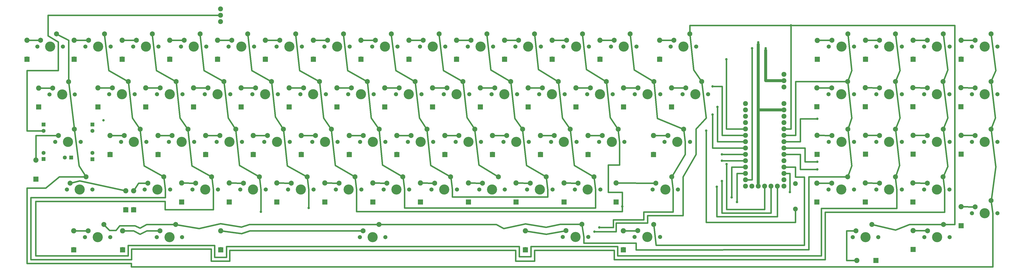
<source format=gtl>
G04 MADE WITH FRITZING*
G04 WWW.FRITZING.ORG*
G04 DOUBLE SIDED*
G04 HOLES PLATED*
G04 CONTOUR ON CENTER OF CONTOUR VECTOR*
%ASAXBY*%
%FSLAX23Y23*%
%MOIN*%
%OFA0B0*%
%SFA1.0B1.0*%
%ADD10C,0.078639*%
%ADD11C,0.158908*%
%ADD12C,0.065278*%
%ADD13C,0.082000*%
%ADD14C,0.078000*%
%ADD15C,0.039370*%
%ADD16C,0.075000*%
%ADD17C,0.062992*%
%ADD18R,0.082000X0.082000*%
%ADD19R,0.062992X0.062992*%
%ADD20C,0.024000*%
%ADD21C,0.048000*%
%LNCOPPER1*%
G90*
G70*
G54D10*
X14384Y709D03*
X14633Y809D03*
G54D11*
X14534Y609D03*
G54D12*
X14334Y609D03*
X14733Y609D03*
G54D10*
X16255Y1086D03*
X16505Y1185D03*
G54D11*
X16405Y986D03*
G54D12*
X16205Y986D03*
X16604Y986D03*
G54D10*
X15506Y710D03*
X15756Y810D03*
G54D11*
X15656Y610D03*
G54D12*
X15456Y610D03*
X15855Y610D03*
G54D10*
X14004Y1458D03*
X14253Y1558D03*
G54D11*
X14154Y1358D03*
G54D12*
X13954Y1358D03*
X14353Y1358D03*
G54D10*
X15502Y1459D03*
X15751Y1559D03*
G54D11*
X15652Y1359D03*
G54D12*
X15452Y1359D03*
X15851Y1359D03*
G54D10*
X14753Y1459D03*
X15002Y1559D03*
G54D11*
X14903Y1359D03*
G54D12*
X14703Y1359D03*
X15102Y1359D03*
G54D10*
X14006Y2209D03*
X14256Y2309D03*
G54D11*
X14156Y2109D03*
G54D12*
X13956Y2109D03*
X14355Y2109D03*
G54D10*
X16255Y2210D03*
X16505Y2310D03*
G54D11*
X16405Y2110D03*
G54D12*
X16205Y2110D03*
X16604Y2110D03*
G54D10*
X15504Y2210D03*
X15753Y2310D03*
G54D11*
X15654Y2110D03*
G54D12*
X15454Y2110D03*
X15853Y2110D03*
G54D10*
X14755Y2210D03*
X15005Y2310D03*
G54D11*
X14905Y2110D03*
G54D12*
X14705Y2110D03*
X15104Y2110D03*
G54D10*
X14004Y2958D03*
X14253Y3058D03*
G54D11*
X14154Y2858D03*
G54D12*
X13954Y2858D03*
X14353Y2858D03*
G54D10*
X16253Y2959D03*
X16502Y3059D03*
G54D11*
X16403Y2859D03*
G54D12*
X16203Y2859D03*
X16602Y2859D03*
G54D10*
X15502Y2959D03*
X15751Y3059D03*
G54D11*
X15652Y2859D03*
G54D12*
X15452Y2859D03*
X15851Y2859D03*
G54D10*
X14753Y2959D03*
X15002Y3059D03*
G54D11*
X14903Y2859D03*
G54D12*
X14703Y2859D03*
X15102Y2859D03*
G54D10*
X16255Y3710D03*
X16505Y3809D03*
G54D11*
X16405Y3610D03*
G54D12*
X16205Y3610D03*
X16604Y3610D03*
G54D10*
X15504Y3710D03*
X15753Y3809D03*
G54D11*
X15654Y3610D03*
G54D12*
X15454Y3610D03*
X15853Y3610D03*
G54D10*
X14755Y3710D03*
X15005Y3809D03*
G54D11*
X14905Y3610D03*
G54D12*
X14705Y3610D03*
X15104Y3610D03*
G54D10*
X14006Y3708D03*
X14256Y3808D03*
G54D11*
X14156Y3608D03*
G54D12*
X13956Y3608D03*
X14355Y3608D03*
G54D10*
X10959Y711D03*
X11209Y810D03*
G54D11*
X11109Y611D03*
G54D12*
X10909Y611D03*
X11309Y611D03*
G54D10*
X9834Y711D03*
X10084Y811D03*
G54D11*
X9984Y611D03*
G54D12*
X9784Y611D03*
X10184Y611D03*
G54D10*
X6651Y710D03*
X6900Y809D03*
G54D11*
X6800Y610D03*
G54D12*
X6600Y610D03*
X7000Y610D03*
G54D10*
X3462Y710D03*
X3711Y809D03*
G54D11*
X3612Y610D03*
G54D12*
X3412Y610D03*
X3811Y610D03*
G54D10*
X2336Y710D03*
X2585Y809D03*
G54D11*
X2486Y610D03*
G54D12*
X2286Y610D03*
X2685Y610D03*
G54D10*
X9275Y1459D03*
X9525Y1559D03*
G54D11*
X9425Y1359D03*
G54D12*
X9225Y1359D03*
X9625Y1359D03*
G54D10*
X11242Y1459D03*
X11492Y1559D03*
G54D11*
X11392Y1359D03*
G54D12*
X11192Y1359D03*
X11591Y1359D03*
G54D10*
X5523Y1459D03*
X5772Y1559D03*
G54D11*
X5672Y1359D03*
G54D12*
X5473Y1359D03*
X5872Y1359D03*
G54D10*
X6275Y1459D03*
X6525Y1559D03*
G54D11*
X6425Y1359D03*
G54D12*
X6225Y1359D03*
X6625Y1359D03*
G54D10*
X3275Y1459D03*
X3525Y1559D03*
G54D11*
X3425Y1359D03*
G54D12*
X3225Y1359D03*
X3625Y1359D03*
G54D10*
X10023Y1459D03*
X10272Y1559D03*
G54D11*
X10173Y1359D03*
G54D12*
X9973Y1359D03*
X10372Y1359D03*
G54D10*
X4775Y1459D03*
X5025Y1559D03*
G54D11*
X4925Y1359D03*
G54D12*
X4725Y1359D03*
X5125Y1359D03*
G54D10*
X7025Y1459D03*
X7275Y1559D03*
G54D11*
X7175Y1359D03*
G54D12*
X6975Y1359D03*
X7375Y1359D03*
G54D10*
X8525Y1459D03*
X8775Y1559D03*
G54D11*
X8675Y1359D03*
G54D12*
X8475Y1359D03*
X8875Y1359D03*
G54D10*
X7775Y1459D03*
X8025Y1559D03*
G54D11*
X7925Y1359D03*
G54D12*
X7725Y1359D03*
X8125Y1359D03*
G54D10*
X4025Y1459D03*
X4275Y1559D03*
G54D11*
X4175Y1359D03*
G54D12*
X3975Y1359D03*
X4375Y1359D03*
G54D10*
X2053Y1460D03*
X2303Y1560D03*
G54D11*
X2203Y1360D03*
G54D12*
X2003Y1360D03*
X2402Y1360D03*
G54D10*
X8902Y2208D03*
X9152Y2308D03*
G54D11*
X9052Y2108D03*
G54D12*
X8852Y2108D03*
X9251Y2108D03*
G54D10*
X10402Y2208D03*
X10652Y2308D03*
G54D11*
X10552Y2108D03*
G54D12*
X10352Y2108D03*
X10751Y2108D03*
G54D10*
X5149Y2208D03*
X5399Y2308D03*
G54D11*
X5299Y2108D03*
G54D12*
X5099Y2108D03*
X5499Y2108D03*
G54D10*
X5902Y2208D03*
X6152Y2308D03*
G54D11*
X6052Y2108D03*
G54D12*
X5852Y2108D03*
X6251Y2108D03*
G54D10*
X2902Y2208D03*
X3152Y2308D03*
G54D11*
X3052Y2108D03*
G54D12*
X2852Y2108D03*
X3251Y2108D03*
G54D10*
X9649Y2208D03*
X9899Y2308D03*
G54D11*
X9799Y2108D03*
G54D12*
X9599Y2108D03*
X9999Y2108D03*
G54D10*
X4402Y2208D03*
X4652Y2308D03*
G54D11*
X4552Y2108D03*
G54D12*
X4352Y2108D03*
X4751Y2108D03*
G54D10*
X6652Y2208D03*
X6902Y2308D03*
G54D11*
X6802Y2108D03*
G54D12*
X6602Y2108D03*
X7001Y2108D03*
G54D10*
X8152Y2208D03*
X8402Y2308D03*
G54D11*
X8302Y2108D03*
G54D12*
X8102Y2108D03*
X8501Y2108D03*
G54D10*
X11432Y2208D03*
X11681Y2308D03*
G54D11*
X11581Y2108D03*
G54D12*
X11381Y2108D03*
X11781Y2108D03*
G54D10*
X7402Y2208D03*
X7652Y2308D03*
G54D11*
X7552Y2108D03*
G54D12*
X7352Y2108D03*
X7751Y2108D03*
G54D10*
X3652Y2208D03*
X3902Y2308D03*
G54D11*
X3802Y2108D03*
G54D12*
X3602Y2108D03*
X4001Y2108D03*
G54D10*
X1871Y2209D03*
X2120Y2309D03*
G54D11*
X2021Y2109D03*
G54D12*
X1821Y2109D03*
X2220Y2109D03*
G54D10*
X8717Y2958D03*
X8966Y3058D03*
G54D11*
X8866Y2858D03*
G54D12*
X8666Y2858D03*
X9066Y2858D03*
G54D10*
X11714Y2958D03*
X11963Y3058D03*
G54D11*
X11864Y2858D03*
G54D12*
X11664Y2858D03*
X12063Y2858D03*
G54D10*
X10217Y2958D03*
X10466Y3058D03*
G54D11*
X10366Y2858D03*
G54D12*
X10166Y2858D03*
X10566Y2858D03*
G54D10*
X4964Y2958D03*
X5213Y3058D03*
G54D11*
X5114Y2858D03*
G54D12*
X4914Y2858D03*
X5313Y2858D03*
G54D10*
X5717Y2958D03*
X5966Y3058D03*
G54D11*
X5866Y2858D03*
G54D12*
X5666Y2858D03*
X6066Y2858D03*
G54D10*
X2717Y2958D03*
X2966Y3058D03*
G54D11*
X2866Y2858D03*
G54D12*
X2666Y2858D03*
X3066Y2858D03*
G54D10*
X9464Y2958D03*
X9713Y3058D03*
G54D11*
X9614Y2858D03*
G54D12*
X9414Y2858D03*
X9813Y2858D03*
G54D10*
X4217Y2958D03*
X4466Y3058D03*
G54D11*
X4366Y2858D03*
G54D12*
X4166Y2858D03*
X4566Y2858D03*
G54D10*
X6467Y2958D03*
X6716Y3058D03*
G54D11*
X6616Y2858D03*
G54D12*
X6416Y2858D03*
X6816Y2858D03*
G54D10*
X7967Y2958D03*
X8216Y3058D03*
G54D11*
X8116Y2858D03*
G54D12*
X7916Y2858D03*
X8316Y2858D03*
G54D10*
X10964Y2958D03*
X11213Y3058D03*
G54D11*
X11114Y2858D03*
G54D12*
X10914Y2858D03*
X11313Y2858D03*
G54D10*
X7217Y2958D03*
X7466Y3058D03*
G54D11*
X7366Y2858D03*
G54D12*
X7166Y2858D03*
X7566Y2858D03*
G54D10*
X3467Y2958D03*
X3716Y3058D03*
G54D11*
X3616Y2858D03*
G54D12*
X3416Y2858D03*
X3816Y2858D03*
G54D10*
X1779Y2957D03*
X2029Y3057D03*
G54D11*
X1929Y2857D03*
G54D12*
X1729Y2857D03*
X2128Y2857D03*
G54D10*
X11528Y3710D03*
X11778Y3809D03*
G54D11*
X11678Y3610D03*
G54D12*
X11478Y3610D03*
X11878Y3610D03*
G54D10*
X10589Y3710D03*
X10839Y3809D03*
G54D11*
X10739Y3610D03*
G54D12*
X10539Y3610D03*
X10939Y3610D03*
G54D10*
X9842Y3710D03*
X10092Y3809D03*
G54D11*
X9992Y3610D03*
G54D12*
X9792Y3610D03*
X10192Y3610D03*
G54D10*
X9089Y3710D03*
X9339Y3809D03*
G54D11*
X9239Y3610D03*
G54D12*
X9039Y3610D03*
X9439Y3610D03*
G54D10*
X8342Y3710D03*
X8592Y3809D03*
G54D11*
X8492Y3610D03*
G54D12*
X8292Y3610D03*
X8691Y3610D03*
G54D10*
X7592Y3710D03*
X7842Y3809D03*
G54D11*
X7742Y3610D03*
G54D12*
X7542Y3610D03*
X7941Y3610D03*
G54D10*
X6842Y3710D03*
X7092Y3809D03*
G54D11*
X6992Y3610D03*
G54D12*
X6792Y3610D03*
X7191Y3610D03*
G54D10*
X6092Y3710D03*
X6342Y3809D03*
G54D11*
X6242Y3610D03*
G54D12*
X6042Y3610D03*
X6441Y3610D03*
G54D10*
X5342Y3710D03*
X5592Y3809D03*
G54D11*
X5492Y3610D03*
G54D12*
X5292Y3610D03*
X5691Y3610D03*
G54D10*
X4589Y3710D03*
X4839Y3809D03*
G54D11*
X4739Y3610D03*
G54D12*
X4539Y3610D03*
X4939Y3610D03*
G54D10*
X3842Y3710D03*
X4092Y3809D03*
G54D11*
X3992Y3610D03*
G54D12*
X3792Y3610D03*
X4191Y3610D03*
G54D10*
X3092Y3710D03*
X3342Y3809D03*
G54D11*
X3242Y3610D03*
G54D12*
X3042Y3610D03*
X3441Y3610D03*
G54D10*
X2342Y3710D03*
X2592Y3809D03*
G54D11*
X2492Y3610D03*
G54D12*
X2292Y3610D03*
X2691Y3610D03*
G54D10*
X1591Y3708D03*
X1840Y3808D03*
G54D11*
X1741Y3608D03*
G54D12*
X1541Y3608D03*
X1940Y3608D03*
G54D13*
X15280Y416D03*
X15280Y714D03*
X16032Y790D03*
X16032Y1088D03*
X14696Y241D03*
X14398Y241D03*
X14529Y1164D03*
X14529Y1462D03*
X15277Y1164D03*
X15277Y1462D03*
X13771Y1162D03*
X13771Y1460D03*
X16032Y1916D03*
X16032Y2214D03*
X14532Y1916D03*
X14532Y2214D03*
X15280Y1916D03*
X15280Y2214D03*
X13775Y1914D03*
X13775Y2212D03*
X16029Y2664D03*
X16029Y2962D03*
X14529Y2664D03*
X14529Y2962D03*
X15277Y2664D03*
X15277Y2962D03*
X13771Y2662D03*
X13771Y2960D03*
X16033Y3411D03*
X16033Y3709D03*
X15281Y3411D03*
X15281Y3709D03*
X14533Y3411D03*
X14533Y3709D03*
X13776Y3409D03*
X13776Y3707D03*
X10733Y411D03*
X10733Y709D03*
X9196Y411D03*
X9196Y709D03*
X4417Y411D03*
X4417Y709D03*
X2878Y411D03*
X2878Y709D03*
X2111Y411D03*
X2111Y709D03*
X5298Y1163D03*
X5298Y1461D03*
X3050Y1041D03*
X3050Y1339D03*
X3802Y1163D03*
X3802Y1461D03*
X7550Y1163D03*
X7550Y1461D03*
X6050Y1163D03*
X6050Y1461D03*
X9050Y1163D03*
X9050Y1461D03*
X10620Y1163D03*
X10620Y1461D03*
X4550Y1163D03*
X4550Y1461D03*
X6802Y1163D03*
X6802Y1461D03*
X8302Y1163D03*
X8302Y1461D03*
X9802Y1163D03*
X9802Y1461D03*
X2928Y1041D03*
X2928Y1339D03*
X4928Y1911D03*
X4928Y2209D03*
X2680Y1911D03*
X2680Y2209D03*
X3432Y1911D03*
X3432Y2209D03*
X7180Y1911D03*
X7180Y2209D03*
X5680Y1911D03*
X5680Y2209D03*
X8680Y1911D03*
X8680Y2209D03*
X11206Y1911D03*
X11206Y2209D03*
X10180Y1911D03*
X10180Y2209D03*
X4180Y1911D03*
X4180Y2209D03*
X6432Y1911D03*
X6432Y2209D03*
X7932Y1911D03*
X7932Y2209D03*
X9432Y1911D03*
X9432Y2209D03*
X1517Y1523D03*
X1517Y1821D03*
X4737Y2660D03*
X4737Y2958D03*
X2489Y2660D03*
X2489Y2958D03*
X3241Y2660D03*
X3241Y2958D03*
X6989Y2660D03*
X6989Y2958D03*
X5489Y2660D03*
X5489Y2958D03*
X8489Y2660D03*
X8489Y2958D03*
X10737Y2660D03*
X10737Y2958D03*
X9989Y2660D03*
X9989Y2958D03*
X3989Y2660D03*
X3989Y2958D03*
X6241Y2660D03*
X6241Y2958D03*
X11491Y2660D03*
X11491Y2958D03*
X7741Y2660D03*
X7741Y2958D03*
X9241Y2660D03*
X9241Y2958D03*
X1559Y2659D03*
X1559Y2957D03*
X11304Y3411D03*
X11304Y3709D03*
X10367Y3411D03*
X10367Y3709D03*
X9618Y3411D03*
X9618Y3709D03*
X8870Y3411D03*
X8870Y3709D03*
X8118Y3411D03*
X8118Y3709D03*
X7370Y3411D03*
X7370Y3709D03*
X6618Y3411D03*
X6618Y3709D03*
X5870Y3411D03*
X5870Y3709D03*
X5118Y3411D03*
X5118Y3709D03*
X4367Y3411D03*
X4367Y3709D03*
X3618Y3411D03*
X3618Y3709D03*
X2870Y3411D03*
X2870Y3709D03*
X2118Y3411D03*
X2118Y3709D03*
X1377Y3411D03*
X1377Y3709D03*
G54D14*
X12651Y2714D03*
X12651Y2614D03*
X12651Y2514D03*
X12651Y2414D03*
X12651Y2314D03*
X12651Y2214D03*
X12651Y2114D03*
X12651Y2014D03*
X12651Y1914D03*
X12651Y1814D03*
X12651Y1714D03*
X12651Y1614D03*
X12651Y1514D03*
X12651Y1414D03*
X13252Y2714D03*
X13252Y2614D03*
X13252Y2514D03*
X13252Y2414D03*
X13252Y2314D03*
X13252Y2214D03*
X13252Y2114D03*
X13252Y2014D03*
X13252Y1914D03*
X13252Y1814D03*
X13252Y1714D03*
X13252Y1614D03*
X13252Y1514D03*
X13252Y1414D03*
X12751Y1414D03*
X12851Y1414D03*
X12951Y1414D03*
X13051Y1414D03*
X13151Y1414D03*
G54D15*
X10717Y1092D03*
X12135Y2984D03*
X12133Y2540D03*
X12281Y1814D03*
X12433Y1236D03*
X12350Y3409D03*
X12517Y1162D03*
X12281Y1911D03*
X12211Y2660D03*
X13363Y3942D03*
X13778Y2471D03*
X13778Y1797D03*
X13778Y1675D03*
X13348Y1320D03*
X12352Y1758D03*
X12281Y1492D03*
X12201Y1403D03*
X12755Y3583D03*
X12850Y3677D03*
X12967Y3583D03*
G54D14*
X13252Y3171D03*
X13252Y3071D03*
X13252Y2971D03*
G54D16*
X13433Y1053D03*
X13433Y1453D03*
G54D15*
X12033Y2286D03*
X2578Y2449D03*
G54D17*
X1638Y2381D03*
X1638Y2282D03*
X1638Y1838D03*
X1638Y1937D03*
X2404Y2381D03*
X2404Y2282D03*
X2405Y1837D03*
X2405Y1935D03*
X2070Y1864D03*
X1971Y1864D03*
G54D14*
X4414Y4202D03*
X4414Y4102D03*
X4414Y4002D03*
G54D15*
X5796Y1068D03*
X5048Y1008D03*
X10280Y695D03*
X10358Y764D03*
G54D18*
X15280Y415D03*
X16032Y789D03*
X14697Y241D03*
X14529Y1163D03*
X15277Y1163D03*
X13771Y1161D03*
X16032Y1915D03*
X14532Y1915D03*
X15280Y1915D03*
X13775Y1913D03*
X16029Y2663D03*
X14529Y2663D03*
X15277Y2663D03*
X13771Y2661D03*
X16033Y3410D03*
X15281Y3410D03*
X14533Y3410D03*
X13776Y3408D03*
X10733Y410D03*
X9196Y410D03*
X4417Y410D03*
X2878Y410D03*
X2111Y410D03*
X5298Y1162D03*
X3050Y1040D03*
X3802Y1162D03*
X7550Y1162D03*
X6050Y1162D03*
X9050Y1162D03*
X10620Y1162D03*
X4550Y1162D03*
X6802Y1162D03*
X8302Y1162D03*
X9802Y1162D03*
X2928Y1040D03*
X4928Y1910D03*
X2680Y1910D03*
X3432Y1910D03*
X7180Y1910D03*
X5680Y1910D03*
X8680Y1910D03*
X11206Y1910D03*
X10180Y1910D03*
X4180Y1910D03*
X6432Y1910D03*
X7932Y1910D03*
X9432Y1910D03*
X1517Y1522D03*
X4737Y2659D03*
X2489Y2659D03*
X3241Y2659D03*
X6989Y2659D03*
X5489Y2659D03*
X8489Y2659D03*
X10737Y2659D03*
X9989Y2659D03*
X3989Y2659D03*
X6241Y2659D03*
X11491Y2659D03*
X7741Y2659D03*
X9241Y2659D03*
X1559Y2658D03*
X11304Y3410D03*
X10367Y3410D03*
X9618Y3410D03*
X8870Y3410D03*
X8118Y3410D03*
X7370Y3410D03*
X6618Y3410D03*
X5870Y3410D03*
X5118Y3410D03*
X4367Y3410D03*
X3618Y3410D03*
X2870Y3410D03*
X2118Y3410D03*
X1377Y3410D03*
G54D19*
X1638Y2381D03*
X1638Y1838D03*
X2404Y2381D03*
X2405Y1837D03*
X2070Y1864D03*
G54D20*
X6063Y3710D02*
X5902Y3709D01*
D02*
X5313Y3710D02*
X5150Y3709D01*
D02*
X4560Y3710D02*
X4399Y3709D01*
D02*
X3813Y3710D02*
X3650Y3709D01*
D02*
X3063Y3710D02*
X2902Y3709D01*
D02*
X2313Y3710D02*
X2150Y3709D01*
D02*
X1409Y3709D02*
X1561Y3708D01*
D02*
X15474Y3710D02*
X15313Y3709D01*
D02*
X14725Y3710D02*
X14565Y3709D01*
D02*
X13977Y3708D02*
X13808Y3708D01*
D02*
X11499Y3710D02*
X11336Y3709D01*
D02*
X10560Y3710D02*
X10399Y3709D01*
D02*
X9813Y3710D02*
X9650Y3709D01*
D02*
X9060Y3710D02*
X8902Y3709D01*
D02*
X8313Y3710D02*
X8150Y3709D01*
D02*
X7563Y3710D02*
X7402Y3709D01*
D02*
X6813Y3710D02*
X6650Y3709D01*
D02*
X8521Y2958D02*
X8687Y2958D01*
D02*
X9273Y2958D02*
X9434Y2958D01*
D02*
X10021Y2958D02*
X10187Y2958D01*
D02*
X10769Y2958D02*
X10934Y2958D01*
D02*
X11523Y2958D02*
X11684Y2958D01*
D02*
X13803Y2960D02*
X13974Y2958D01*
D02*
X14561Y2962D02*
X14723Y2959D01*
D02*
X15309Y2962D02*
X15472Y2959D01*
D02*
X16061Y2962D02*
X16223Y2959D01*
D02*
X16225Y3710D02*
X16065Y3709D01*
D02*
X1517Y2209D02*
X1517Y1853D01*
D02*
X1841Y2209D02*
X1517Y2209D01*
D02*
X1591Y2957D02*
X1749Y2957D01*
D02*
X2521Y2958D02*
X2687Y2958D01*
D02*
X3273Y2958D02*
X3437Y2958D01*
D02*
X4021Y2958D02*
X4187Y2958D01*
D02*
X4769Y2958D02*
X4934Y2958D01*
D02*
X5521Y2958D02*
X5687Y2958D01*
D02*
X6273Y2958D02*
X6437Y2958D01*
D02*
X7021Y2958D02*
X7187Y2958D01*
D02*
X7773Y2958D02*
X7937Y2958D01*
D02*
X9620Y2208D02*
X9464Y2209D01*
D02*
X8872Y2208D02*
X8712Y2209D01*
D02*
X8122Y2208D02*
X7964Y2209D01*
D02*
X7372Y2208D02*
X7212Y2209D01*
D02*
X6622Y2208D02*
X6464Y2209D01*
D02*
X5872Y2208D02*
X5712Y2209D01*
D02*
X5120Y2208D02*
X4960Y2209D01*
D02*
X4372Y2208D02*
X4212Y2209D01*
D02*
X3622Y2208D02*
X3464Y2209D01*
D02*
X2872Y2208D02*
X2712Y2209D01*
D02*
X10652Y1461D02*
X11213Y1459D01*
D02*
X13803Y1460D02*
X13974Y1458D01*
D02*
X14561Y1462D02*
X14723Y1459D01*
D02*
X15309Y1462D02*
X15472Y1459D01*
D02*
X16225Y2211D02*
X16064Y2213D01*
D02*
X15474Y2211D02*
X15313Y2213D01*
D02*
X14725Y2211D02*
X14564Y2213D01*
D02*
X13977Y2209D02*
X13807Y2212D01*
D02*
X11402Y2208D02*
X11238Y2209D01*
D02*
X10373Y2208D02*
X10212Y2209D01*
D02*
X3128Y1458D02*
X3246Y1459D01*
D02*
X3068Y1366D02*
X3128Y1458D01*
D02*
X3834Y1461D02*
X3996Y1459D01*
D02*
X4582Y1461D02*
X4746Y1459D01*
D02*
X5330Y1461D02*
X5493Y1459D01*
D02*
X6082Y1461D02*
X6246Y1459D01*
D02*
X6834Y1461D02*
X6996Y1459D01*
D02*
X7582Y1461D02*
X7746Y1459D01*
D02*
X8334Y1461D02*
X8496Y1459D01*
D02*
X9082Y1461D02*
X9246Y1459D01*
D02*
X9834Y1461D02*
X9993Y1459D01*
D02*
X10930Y710D02*
X10765Y710D01*
D02*
X9522Y656D02*
X9805Y706D01*
D02*
X9228Y704D02*
X9522Y656D01*
D02*
X4872Y708D02*
X4742Y667D01*
D02*
X6621Y710D02*
X4872Y708D01*
D02*
X4742Y667D02*
X4448Y705D01*
D02*
X3151Y657D02*
X3051Y708D01*
D02*
X3051Y708D02*
X2910Y709D01*
D02*
X3258Y708D02*
X3151Y657D01*
D02*
X3432Y709D02*
X3258Y708D01*
D02*
X2306Y710D02*
X2143Y709D01*
D02*
X2203Y1495D02*
X2082Y1467D01*
D02*
X2361Y1461D02*
X2203Y1495D01*
D02*
X2897Y1346D02*
X2361Y1461D01*
D02*
X3407Y3234D02*
X3690Y3073D01*
D02*
X3345Y3780D02*
X3407Y3234D01*
D02*
X3215Y1731D02*
X3499Y1573D01*
D02*
X3155Y2278D02*
X3215Y1731D01*
D02*
X3029Y2486D02*
X3135Y2332D01*
D02*
X2969Y3029D02*
X3029Y2486D01*
D02*
X2659Y3234D02*
X2940Y3073D01*
D02*
X2595Y3780D02*
X2659Y3234D01*
D02*
X2192Y1731D02*
X2287Y1585D01*
D02*
X2124Y2279D02*
X2192Y1731D01*
D02*
X2032Y3027D02*
X2117Y2338D01*
D02*
X2029Y3708D02*
X2029Y3086D01*
D02*
X1867Y3794D02*
X2029Y3708D01*
D02*
X16225Y1086D02*
X16064Y1088D01*
D02*
X15477Y711D02*
X15313Y713D01*
D02*
X14238Y709D02*
X14238Y241D01*
D02*
X14238Y241D02*
X14366Y241D01*
D02*
X14354Y709D02*
X14238Y709D01*
D02*
X6029Y2486D02*
X6135Y2332D01*
D02*
X5969Y3029D02*
X6029Y2486D01*
D02*
X5652Y3234D02*
X5940Y3073D01*
D02*
X5595Y3780D02*
X5652Y3234D01*
D02*
X5459Y1731D02*
X5746Y1573D01*
D02*
X5402Y2278D02*
X5459Y1731D01*
D02*
X5274Y2501D02*
X5383Y2333D01*
D02*
X5217Y3029D02*
X5274Y2501D01*
D02*
X4904Y3234D02*
X4842Y3780D01*
D02*
X5188Y3073D02*
X4904Y3234D01*
D02*
X4711Y1738D02*
X4999Y1574D01*
D02*
X4655Y2278D02*
X4711Y1738D01*
D02*
X4533Y2486D02*
X4635Y2333D01*
D02*
X4470Y3029D02*
X4533Y2486D01*
D02*
X4155Y3234D02*
X4440Y3073D01*
D02*
X4095Y3780D02*
X4155Y3234D01*
D02*
X3963Y1731D02*
X4249Y1573D01*
D02*
X3905Y2278D02*
X3963Y1731D01*
D02*
X3778Y2486D02*
X3885Y2332D01*
D02*
X3719Y3029D02*
X3778Y2486D01*
D02*
X8467Y1746D02*
X8750Y1574D01*
D02*
X8405Y2278D02*
X8467Y1746D01*
D02*
X8281Y2494D02*
X8386Y2333D01*
D02*
X8219Y3029D02*
X8281Y2494D01*
D02*
X7911Y3234D02*
X8190Y3073D01*
D02*
X7845Y3780D02*
X7911Y3234D01*
D02*
X7711Y1738D02*
X7999Y1574D01*
D02*
X7655Y2278D02*
X7711Y1738D01*
D02*
X7533Y2486D02*
X7635Y2333D01*
D02*
X7470Y3029D02*
X7533Y2486D01*
D02*
X7163Y3234D02*
X7441Y3073D01*
D02*
X7095Y3780D02*
X7163Y3234D01*
D02*
X6955Y1746D02*
X7249Y1574D01*
D02*
X6904Y2278D02*
X6955Y1746D01*
D02*
X6778Y2486D02*
X6885Y2332D01*
D02*
X6719Y3029D02*
X6778Y2486D01*
D02*
X6407Y3234D02*
X6690Y3073D01*
D02*
X6345Y3780D02*
X6407Y3234D01*
D02*
X6215Y1738D02*
X6499Y1574D01*
D02*
X6155Y2278D02*
X6215Y1738D01*
D02*
X10904Y3242D02*
X11188Y3073D01*
D02*
X10842Y3780D02*
X10904Y3242D01*
D02*
X10526Y2494D02*
X10635Y2332D01*
D02*
X10469Y3029D02*
X10526Y2494D01*
D02*
X10155Y3249D02*
X10441Y3074D01*
D02*
X10095Y3780D02*
X10155Y3249D01*
D02*
X9963Y1738D02*
X10247Y1574D01*
D02*
X9902Y2278D02*
X9963Y1738D01*
D02*
X9778Y2486D02*
X9882Y2332D01*
D02*
X9717Y3029D02*
X9778Y2486D01*
D02*
X9400Y3249D02*
X9688Y3074D01*
D02*
X9342Y3780D02*
X9400Y3249D01*
D02*
X9215Y1738D02*
X9499Y1574D01*
D02*
X9155Y2278D02*
X9215Y1738D01*
D02*
X9029Y2479D02*
X9134Y2332D01*
D02*
X8969Y3029D02*
X9029Y2479D01*
D02*
X8652Y3242D02*
X8595Y3780D01*
D02*
X8941Y3073D02*
X8652Y3242D01*
D02*
X2831Y788D02*
X2773Y717D01*
D02*
X16570Y2486D02*
X16515Y2338D01*
D02*
X16506Y3029D02*
X16570Y2486D01*
D02*
X16578Y3234D02*
X16508Y3780D01*
D02*
X16514Y3086D02*
X16578Y3234D01*
D02*
X11705Y1911D02*
X11507Y1584D01*
D02*
X11705Y2108D02*
X11705Y1911D01*
D02*
X11685Y2278D02*
X11705Y2108D01*
D02*
X11267Y2479D02*
X11654Y2319D01*
D02*
X11216Y3029D02*
X11267Y2479D01*
D02*
X10675Y2104D02*
X10675Y1747D01*
D02*
X10655Y2278D02*
X10675Y2104D01*
D02*
X2773Y717D02*
X2670Y716D01*
D02*
X2670Y716D02*
X2605Y787D01*
D02*
X3255Y809D02*
X3149Y751D01*
D02*
X3149Y751D02*
X3069Y788D01*
D02*
X3682Y809D02*
X3255Y809D01*
D02*
X3069Y788D02*
X2831Y788D01*
D02*
X14318Y1731D02*
X14264Y1585D01*
D02*
X14259Y2279D02*
X14318Y1731D01*
D02*
X14318Y2486D02*
X14266Y2337D01*
D02*
X14257Y3028D02*
X14318Y2486D01*
D02*
X14318Y3234D02*
X14264Y3085D01*
D02*
X14259Y3779D02*
X14318Y3234D01*
D02*
X15067Y1738D02*
X15012Y1587D01*
D02*
X15008Y2281D02*
X15067Y1738D01*
D02*
X15074Y2486D02*
X15015Y2337D01*
D02*
X15006Y3029D02*
X15074Y2486D01*
D02*
X15074Y3234D02*
X15008Y3780D01*
D02*
X15014Y3086D02*
X15074Y3234D01*
D02*
X15822Y1723D02*
X15763Y1586D01*
D02*
X15757Y2281D02*
X15822Y1723D01*
D02*
X15822Y2486D02*
X15764Y2338D01*
D02*
X15755Y3029D02*
X15822Y2486D01*
D02*
X15822Y3242D02*
X15762Y3086D01*
D02*
X15757Y3780D02*
X15822Y3242D01*
D02*
X16578Y1716D02*
X16509Y1215D01*
D02*
X16508Y2281D02*
X16578Y1716D01*
D02*
X15224Y810D02*
X15726Y810D01*
D02*
X14662Y802D02*
X15004Y722D01*
D02*
X15004Y722D02*
X15224Y810D01*
D02*
X11837Y3242D02*
X11947Y3083D01*
D02*
X11781Y3780D02*
X11837Y3242D01*
D02*
X5796Y1360D02*
X5776Y1530D01*
D02*
X6548Y1360D02*
X6528Y1530D01*
D02*
X7300Y1361D02*
X7279Y1530D01*
D02*
X8050Y1361D02*
X8029Y1530D01*
D02*
X9547Y1356D02*
X9547Y1242D01*
D02*
X10297Y1358D02*
X10297Y1068D01*
D02*
X10578Y764D02*
X10377Y764D01*
D02*
X11055Y884D02*
X10578Y884D01*
D02*
X10578Y884D02*
X10578Y764D01*
D02*
X11055Y1006D02*
X11055Y884D01*
D02*
X11515Y1006D02*
X11055Y1006D01*
D02*
X10717Y1011D02*
X6548Y1011D01*
D02*
X5796Y1087D02*
X5796Y1360D01*
D02*
X11515Y1360D02*
X11515Y1006D01*
D02*
X11495Y1530D02*
X11515Y1360D01*
D02*
X10717Y1073D02*
X10717Y1011D01*
D02*
X10498Y1747D02*
X10675Y1747D01*
D02*
X10498Y1315D02*
X10498Y1747D01*
D02*
X10717Y1111D02*
X10717Y1315D01*
D02*
X10717Y1315D02*
X10498Y1315D01*
D02*
X6548Y1011D02*
X6548Y1360D01*
D02*
X10297Y1068D02*
X7300Y1068D01*
D02*
X7300Y1068D02*
X7300Y1361D01*
D02*
X10276Y1530D02*
X10297Y1358D01*
D02*
X8050Y1242D02*
X8050Y1361D01*
D02*
X9547Y1242D02*
X8050Y1242D01*
D02*
X9528Y1530D02*
X9547Y1356D01*
D02*
X11669Y1558D02*
X11669Y948D01*
D02*
X11875Y1911D02*
X11669Y1558D01*
D02*
X11875Y2311D02*
X11875Y1911D01*
D02*
X13344Y3942D02*
X11778Y3942D01*
D02*
X16531Y986D02*
X16531Y144D01*
D02*
X10933Y408D02*
X10933Y516D01*
D02*
X5048Y1360D02*
X5028Y1530D01*
D02*
X10114Y611D02*
X10088Y782D01*
D02*
X10114Y516D02*
X10114Y611D01*
D02*
X10933Y516D02*
X10114Y516D01*
D02*
X13644Y413D02*
X10933Y408D01*
D02*
X13644Y1558D02*
X13644Y413D01*
D02*
X14224Y1558D02*
X13644Y1558D01*
D02*
X1514Y1172D02*
X1514Y316D01*
D02*
X4300Y1042D02*
X3544Y1042D01*
D02*
X3544Y1172D02*
X1514Y1172D01*
D02*
X3544Y1042D02*
X3544Y1172D01*
D02*
X4300Y1360D02*
X4300Y1042D01*
D02*
X4508Y461D02*
X9100Y461D01*
D02*
X9283Y461D02*
X10644Y461D01*
D02*
X9100Y461D02*
X9100Y303D01*
D02*
X4508Y292D02*
X4508Y461D01*
D02*
X9100Y303D02*
X9283Y303D01*
D02*
X9283Y303D02*
X9283Y461D01*
D02*
X4319Y478D02*
X4319Y292D01*
D02*
X1514Y316D02*
X2964Y316D01*
D02*
X2964Y316D02*
X2964Y478D01*
D02*
X2964Y478D02*
X4319Y478D01*
D02*
X10644Y316D02*
X13841Y316D01*
D02*
X4319Y292D02*
X4508Y292D01*
D02*
X10644Y461D02*
X10644Y316D01*
D02*
X13841Y316D02*
X13841Y1062D01*
D02*
X13841Y1062D02*
X15022Y1062D01*
D02*
X15022Y1062D02*
X15022Y1357D01*
D02*
X15022Y1357D02*
X15005Y1529D01*
D02*
X4279Y1530D02*
X4300Y1360D01*
D02*
X1669Y1383D02*
X1883Y1560D01*
D02*
X3548Y1233D02*
X3548Y1360D01*
D02*
X3548Y1360D02*
X3528Y1530D01*
D02*
X1437Y1233D02*
X3548Y1233D01*
D02*
X1437Y257D02*
X1437Y1233D01*
D02*
X4558Y231D02*
X4267Y231D01*
D02*
X4267Y231D02*
X4267Y422D01*
D02*
X4558Y403D02*
X4558Y231D01*
D02*
X9044Y403D02*
X4558Y403D01*
D02*
X9339Y233D02*
X9044Y233D01*
D02*
X9044Y233D02*
X9044Y403D01*
D02*
X9339Y403D02*
X9339Y233D01*
D02*
X13900Y257D02*
X10589Y257D01*
D02*
X3017Y422D02*
X3017Y257D01*
D02*
X4267Y422D02*
X3017Y422D01*
D02*
X10589Y403D02*
X9339Y403D01*
D02*
X3017Y257D02*
X1437Y257D01*
D02*
X10589Y257D02*
X10589Y403D01*
D02*
X13900Y1004D02*
X13900Y257D01*
D02*
X15773Y1004D02*
X13900Y1004D01*
D02*
X15773Y1357D02*
X15773Y1004D01*
D02*
X15754Y1529D02*
X15773Y1357D01*
D02*
X1378Y1383D02*
X1669Y1383D01*
D02*
X1883Y1560D02*
X2273Y1560D01*
D02*
X1378Y197D02*
X1378Y1383D01*
D02*
X3014Y197D02*
X1378Y197D01*
D02*
X3014Y144D02*
X3014Y197D01*
D02*
X16531Y144D02*
X3014Y144D01*
D02*
X16508Y1156D02*
X16531Y986D01*
D02*
X10620Y833D02*
X10620Y695D01*
D02*
X11113Y833D02*
X10620Y833D01*
D02*
X10620Y695D02*
X10299Y695D01*
D02*
X11113Y948D02*
X11113Y833D01*
D02*
X11669Y948D02*
X11113Y948D01*
D02*
X5048Y1027D02*
X5048Y1360D01*
D02*
X12033Y2486D02*
X11875Y2311D01*
D02*
X11967Y3029D02*
X12033Y2486D01*
D02*
X11778Y3942D02*
X11778Y3839D01*
D02*
X15933Y810D02*
X15933Y3942D01*
D02*
X15933Y3942D02*
X13382Y3942D01*
D02*
X15785Y810D02*
X15933Y810D01*
D02*
X12517Y1614D02*
X12517Y1181D01*
D02*
X12433Y1714D02*
X12433Y1255D01*
D02*
X12621Y1814D02*
X12300Y1814D01*
D02*
X12621Y1714D02*
X12433Y1714D01*
D02*
X12621Y1614D02*
X12517Y1614D01*
D02*
X12283Y2214D02*
X12621Y2214D01*
D02*
X12283Y2984D02*
X12283Y2214D01*
D02*
X12350Y2314D02*
X12621Y2314D01*
D02*
X12211Y2114D02*
X12211Y2641D01*
D02*
X12133Y2014D02*
X12133Y2521D01*
D02*
X12350Y3391D02*
X12350Y2314D01*
D02*
X12154Y2984D02*
X12283Y2984D01*
D02*
X12621Y2114D02*
X12211Y2114D01*
D02*
X12621Y2014D02*
X12133Y2014D01*
D02*
X12621Y1914D02*
X12300Y1912D01*
D02*
X13511Y2471D02*
X13511Y2114D01*
D02*
X13511Y2114D02*
X13282Y2114D01*
D02*
X13759Y2471D02*
X13511Y2471D01*
D02*
X13437Y3058D02*
X13437Y2214D01*
D02*
X13437Y2214D02*
X13282Y2214D01*
D02*
X14224Y3058D02*
X13437Y3058D01*
D02*
X13363Y2314D02*
X13282Y2314D01*
D02*
X13363Y3923D02*
X13363Y2314D01*
D02*
X13511Y1675D02*
X13511Y1914D01*
D02*
X13511Y1914D02*
X13282Y1914D01*
D02*
X13583Y1797D02*
X13583Y2014D01*
D02*
X13583Y2014D02*
X13282Y2014D01*
D02*
X13759Y1675D02*
X13511Y1675D01*
D02*
X13759Y1797D02*
X13583Y1797D01*
D02*
X13348Y1614D02*
X13282Y1614D01*
D02*
X13348Y1339D02*
X13348Y1614D01*
D02*
X13574Y483D02*
X13574Y1557D01*
D02*
X13574Y1557D02*
X13433Y1557D01*
D02*
X13433Y1557D02*
X13433Y1714D01*
D02*
X13433Y1714D02*
X13282Y1714D01*
D02*
X11248Y483D02*
X13574Y483D01*
D02*
X11213Y781D02*
X11248Y483D01*
D02*
X12951Y1045D02*
X12352Y1045D01*
D02*
X12352Y1045D02*
X12352Y1740D01*
D02*
X13051Y989D02*
X12281Y989D01*
D02*
X12281Y989D02*
X12281Y1473D01*
D02*
X13151Y933D02*
X12201Y933D01*
D02*
X12201Y933D02*
X12201Y1384D01*
D02*
X13151Y1384D02*
X13151Y933D01*
D02*
X13051Y1384D02*
X13051Y989D01*
D02*
X12951Y1384D02*
X12951Y1045D01*
D02*
X13433Y842D02*
X12033Y842D01*
D02*
X12033Y842D02*
X12033Y2267D01*
D02*
X13433Y1024D02*
X13433Y842D01*
D02*
X1707Y3779D02*
X1867Y3683D01*
D02*
X1707Y4102D02*
X1707Y3779D01*
D02*
X1867Y3683D02*
X1867Y3234D01*
D02*
X1867Y3234D02*
X1378Y3234D01*
D02*
X1378Y3234D02*
X1378Y2282D01*
D02*
X4384Y4102D02*
X1707Y4102D01*
G54D21*
D02*
X12967Y3071D02*
X13211Y3071D01*
D02*
X12967Y3552D02*
X12967Y3071D01*
D02*
X12850Y2614D02*
X13211Y2614D01*
D02*
X12851Y2614D02*
X12851Y1455D01*
D02*
X13211Y2614D02*
X12851Y2614D01*
G54D20*
D02*
X12755Y1514D02*
X12755Y3564D01*
D02*
X12681Y1514D02*
X12755Y1514D01*
G54D21*
D02*
X12850Y3647D02*
X12850Y2614D01*
G54D20*
D02*
X1611Y2282D02*
X1378Y2282D01*
D02*
X4078Y747D02*
X3740Y804D01*
D02*
X4414Y822D02*
X4078Y747D01*
D02*
X4739Y770D02*
X4414Y822D01*
D02*
X4867Y809D02*
X4739Y770D01*
D02*
X6871Y809D02*
X4867Y809D01*
D02*
X8858Y747D02*
X8739Y809D01*
D02*
X8739Y809D02*
X6930Y809D01*
D02*
X9519Y767D02*
X9197Y820D01*
D02*
X9742Y811D02*
X9519Y767D01*
D02*
X10054Y811D02*
X9742Y811D01*
D02*
X9197Y820D02*
X8858Y747D01*
G04 End of Copper1*
M02*
</source>
